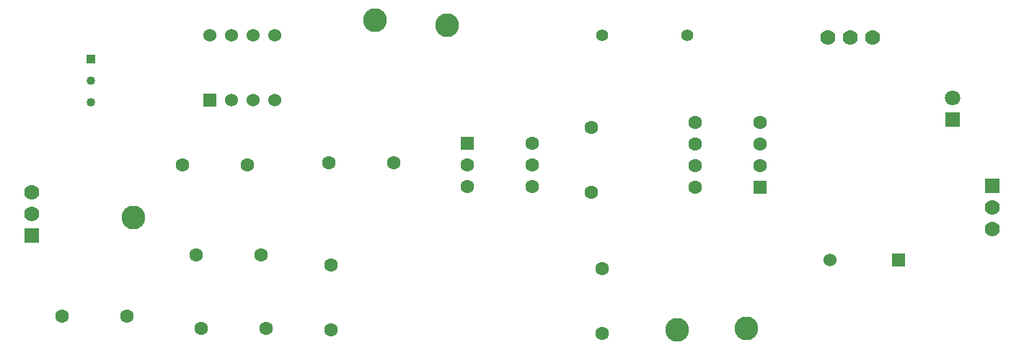
<source format=gbr>
%TF.GenerationSoftware,KiCad,Pcbnew,9.0.4*%
%TF.CreationDate,2025-11-20T22:36:02-07:00*%
%TF.ProjectId,Ready To Drive Light,52656164-7920-4546-9f20-447269766520,rev?*%
%TF.SameCoordinates,Original*%
%TF.FileFunction,Soldermask,Top*%
%TF.FilePolarity,Negative*%
%FSLAX46Y46*%
G04 Gerber Fmt 4.6, Leading zero omitted, Abs format (unit mm)*
G04 Created by KiCad (PCBNEW 9.0.4) date 2025-11-20 22:36:02*
%MOMM*%
%LPD*%
G01*
G04 APERTURE LIST*
G04 Aperture macros list*
%AMRoundRect*
0 Rectangle with rounded corners*
0 $1 Rounding radius*
0 $2 $3 $4 $5 $6 $7 $8 $9 X,Y pos of 4 corners*
0 Add a 4 corners polygon primitive as box body*
4,1,4,$2,$3,$4,$5,$6,$7,$8,$9,$2,$3,0*
0 Add four circle primitives for the rounded corners*
1,1,$1+$1,$2,$3*
1,1,$1+$1,$4,$5*
1,1,$1+$1,$6,$7*
1,1,$1+$1,$8,$9*
0 Add four rect primitives between the rounded corners*
20,1,$1+$1,$2,$3,$4,$5,0*
20,1,$1+$1,$4,$5,$6,$7,0*
20,1,$1+$1,$6,$7,$8,$9,0*
20,1,$1+$1,$8,$9,$2,$3,0*%
G04 Aperture macros list end*
%ADD10C,1.524000*%
%ADD11R,1.524000X1.524000*%
%ADD12R,1.778000X1.778000*%
%ADD13C,1.778000*%
%ADD14C,1.600000*%
%ADD15C,2.800000*%
%ADD16RoundRect,0.250000X-0.550000X-0.550000X0.550000X-0.550000X0.550000X0.550000X-0.550000X0.550000X0*%
%ADD17R,1.016000X1.016000*%
%ADD18C,1.016000*%
%ADD19C,1.422400*%
%ADD20R,1.800000X1.800000*%
%ADD21C,1.800000*%
%ADD22RoundRect,0.250000X0.550000X0.550000X-0.550000X0.550000X-0.550000X-0.550000X0.550000X-0.550000X0*%
G04 APERTURE END LIST*
D10*
%TO.C,C2*%
X175399000Y-108600000D03*
D11*
X183400000Y-108600000D03*
%TD*%
D12*
%TO.C,J2*%
X194400000Y-99860000D03*
D13*
X194400000Y-102400000D03*
X194400000Y-104940000D03*
%TD*%
D12*
%TO.C,J1*%
X81692000Y-105740000D03*
D13*
X81692000Y-103200000D03*
X81692000Y-100660000D03*
%TD*%
D14*
%TO.C,R1*%
X148600000Y-109590000D03*
X148600000Y-117210000D03*
%TD*%
%TO.C,R7*%
X109210000Y-116600000D03*
X101590000Y-116600000D03*
%TD*%
%TO.C,R3*%
X116590000Y-97200000D03*
X124210000Y-97200000D03*
%TD*%
%TO.C,R6*%
X116800000Y-109190000D03*
X116800000Y-116810000D03*
%TD*%
%TO.C,R8*%
X92810000Y-115200000D03*
X85190000Y-115200000D03*
%TD*%
D15*
%TO.C,TP5*%
X122000000Y-80400000D03*
%TD*%
D16*
%TO.C,U1*%
X132800000Y-94860000D03*
D14*
X132800000Y-97400000D03*
X132800000Y-99940000D03*
X140420000Y-99940000D03*
X140420000Y-97400000D03*
X140420000Y-94860000D03*
%TD*%
%TO.C,R5*%
X100990000Y-108000000D03*
X108610000Y-108000000D03*
%TD*%
D15*
%TO.C,TP7*%
X157400000Y-116800000D03*
%TD*%
D14*
%TO.C,R9*%
X147400000Y-92990000D03*
X147400000Y-100610000D03*
%TD*%
D17*
%TO.C,U5*%
X88600000Y-85000000D03*
D18*
X88600000Y-87540000D03*
X88600000Y-90080000D03*
%TD*%
D15*
%TO.C,TP1*%
X93600000Y-103600000D03*
%TD*%
%TO.C,TP6*%
X130400000Y-81000000D03*
%TD*%
D11*
%TO.C,U6*%
X102590000Y-89810000D03*
D10*
X105130000Y-89810000D03*
X107670000Y-89810000D03*
X110210000Y-89810000D03*
X110210000Y-82190000D03*
X107670000Y-82190000D03*
X105130000Y-82190000D03*
X102590000Y-82190000D03*
%TD*%
D15*
%TO.C,TP11*%
X165600000Y-116600000D03*
%TD*%
D13*
%TO.C,Q1*%
X180400000Y-82400000D03*
X177760000Y-82400000D03*
X175120001Y-82400000D03*
%TD*%
D19*
%TO.C,C3*%
X158600000Y-82200000D03*
X148600000Y-82200000D03*
%TD*%
D14*
%TO.C,R4*%
X107010000Y-97400000D03*
X99390000Y-97400000D03*
%TD*%
D20*
%TO.C,D1*%
X189800000Y-92065000D03*
D21*
X189800000Y-89525000D03*
%TD*%
D22*
%TO.C,U2*%
X167205000Y-100010000D03*
D14*
X167205000Y-97470000D03*
X167205000Y-94930000D03*
X167205000Y-92390000D03*
X159585000Y-92390000D03*
X159585000Y-94930000D03*
X159585000Y-97470000D03*
X159585000Y-100010000D03*
%TD*%
M02*

</source>
